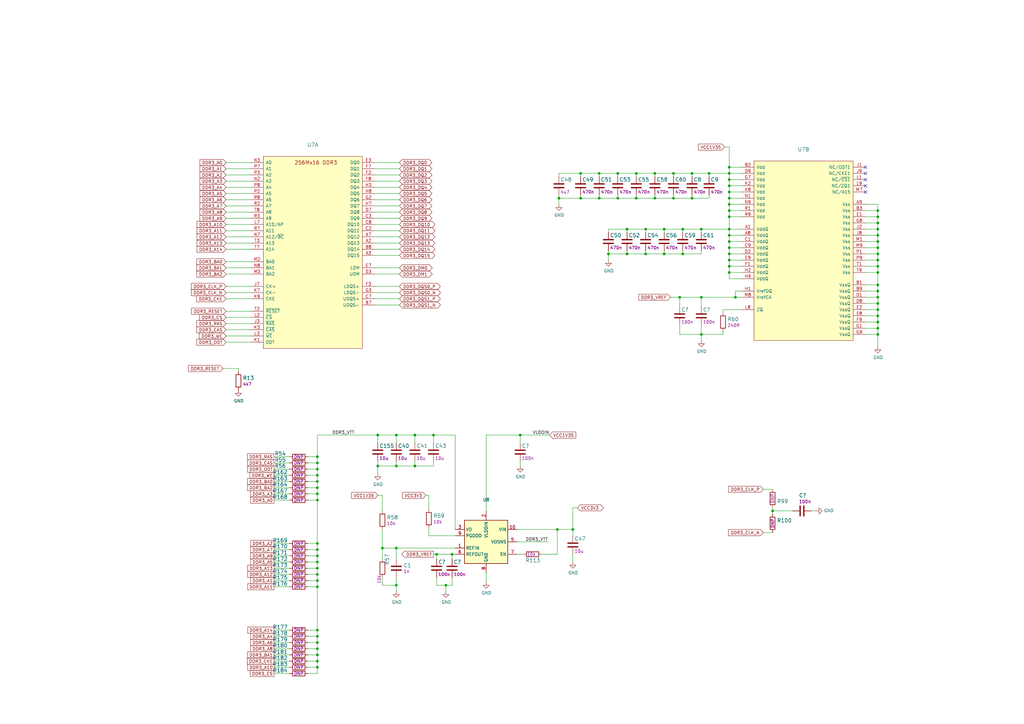
<source format=kicad_sch>
(kicad_sch (version 20211123) (generator eeschema)
  (paper "A3")
  (title_block (title "Artix - Datacenter Secure Control Module (DC-SCM)") (rev "1.1.0"))
  (junction (at 130.175 222.885))
  (junction (at 299.085 83.82))
  (junction (at 283.845 71.12))
  (junction (at 360.045 121.92))
  (junction (at 130.175 240.665))
  (junction (at 299.085 101.6))
  (junction (at 360.045 119.38))
  (junction (at 290.83 71.12))
  (junction (at 360.045 93.98))
  (junction (at 360.045 132.08))
  (junction (at 257.175 104.14))
  (junction (at 130.175 200.025))
  (junction (at 130.175 235.585))
  (junction (at 299.085 81.28))
  (junction (at 130.175 227.965))
  (junction (at 360.045 127))
  (junction (at 299.085 88.9))
  (junction (at 299.085 111.76))
  (junction (at 162.56 240.03))
  (junction (at 360.045 106.68))
  (junction (at 156.845 224.79))
  (junction (at 299.085 106.68))
  (junction (at 130.175 230.505))
  (junction (at 179.07 227.33))
  (junction (at 253.365 81.28))
  (junction (at 257.175 93.98))
  (junction (at 287.655 137.16))
  (junction (at 154.94 191.135))
  (junction (at 268.605 81.28))
  (junction (at 177.8 178.435))
  (junction (at 245.745 71.12))
  (junction (at 299.085 104.14))
  (junction (at 264.795 93.98))
  (junction (at 299.085 99.06))
  (junction (at 260.985 71.12))
  (junction (at 360.045 99.06))
  (junction (at 162.56 178.435))
  (junction (at 299.085 76.2))
  (junction (at 299.085 73.66))
  (junction (at 162.56 191.135))
  (junction (at 299.085 96.52))
  (junction (at 299.085 109.22))
  (junction (at 130.175 266.065))
  (junction (at 268.605 71.12))
  (junction (at 130.175 189.865))
  (junction (at 299.085 68.58))
  (junction (at 130.175 263.525))
  (junction (at 360.045 88.9))
  (junction (at 287.655 93.98))
  (junction (at 264.795 104.14))
  (junction (at 301.625 121.92))
  (junction (at 360.045 137.16))
  (junction (at 360.045 109.22))
  (junction (at 360.045 91.44))
  (junction (at 228.6 217.17))
  (junction (at 238.125 81.28))
  (junction (at 278.765 121.92))
  (junction (at 360.045 96.52))
  (junction (at 272.415 93.98))
  (junction (at 260.985 81.28))
  (junction (at 280.035 93.98))
  (junction (at 130.175 197.485))
  (junction (at 360.045 116.84))
  (junction (at 360.045 129.54))
  (junction (at 299.085 93.98))
  (junction (at 245.745 81.28))
  (junction (at 182.88 240.03))
  (junction (at 238.125 71.12))
  (junction (at 299.085 78.74))
  (junction (at 170.18 191.135))
  (junction (at 130.175 205.105))
  (junction (at 130.175 192.405))
  (junction (at 280.035 104.14))
  (junction (at 360.045 124.46))
  (junction (at 360.045 104.14))
  (junction (at 234.95 217.17))
  (junction (at 185.42 227.33))
  (junction (at 213.36 178.435))
  (junction (at 360.045 101.6))
  (junction (at 130.175 194.945))
  (junction (at 253.365 71.12))
  (junction (at 276.225 71.12))
  (junction (at 130.175 268.605))
  (junction (at 287.655 121.92))
  (junction (at 154.94 178.435))
  (junction (at 276.225 81.28))
  (junction (at 130.175 260.985))
  (junction (at 360.045 134.62))
  (junction (at 130.175 225.425))
  (junction (at 360.045 86.36))
  (junction (at 283.845 81.28))
  (junction (at 130.175 202.565))
  (junction (at 229.235 81.28))
  (junction (at 299.085 86.36))
  (junction (at 130.175 187.325))
  (junction (at 130.175 258.445))
  (junction (at 249.555 104.14))
  (junction (at 316.865 209.55))
  (junction (at 130.175 233.045))
  (junction (at 299.085 71.12))
  (junction (at 360.045 111.76))
  (junction (at 272.415 104.14))
  (junction (at 130.175 271.145))
  (junction (at 162.56 224.79))
  (junction (at 130.175 273.685))
  (junction (at 170.18 178.435))
  (junction (at 130.175 238.125))
  (no_connect (at 354.965 78.74))
  (no_connect (at 354.965 76.2))
  (no_connect (at 354.965 73.66))
  (no_connect (at 354.965 68.58))
  (no_connect (at 354.965 71.12))
  (wire (pts (xy 126.365 263.525) (xy 130.175 263.525)))
  (wire (pts (xy 126.365 192.405) (xy 130.175 192.405)))
  (wire (pts (xy 163.83 94.615) (xy 153.67 94.615)))
  (wire (pts (xy 153.67 112.395) (xy 163.83 112.395)))
  (wire (pts (xy 296.545 135.89) (xy 296.545 137.16)))
  (wire (pts (xy 283.845 81.28) (xy 283.845 80.01)))
  (wire (pts (xy 360.045 111.76) (xy 360.045 109.22)))
  (wire (pts (xy 245.745 71.12) (xy 253.365 71.12)))
  (wire (pts (xy 272.415 104.14) (xy 280.035 104.14)))
  (wire (pts (xy 245.745 81.28) (xy 253.365 81.28)))
  (wire (pts (xy 316.865 210.82) (xy 316.865 209.55)))
  (wire (pts (xy 130.175 260.985) (xy 130.175 263.525)))
  (wire (pts (xy 112.395 202.565) (xy 118.745 202.565)))
  (wire (pts (xy 179.07 227.33) (xy 179.07 229.235)))
  (wire (pts (xy 92.71 127.635) (xy 102.87 127.635)))
  (wire (pts (xy 287.655 139.7) (xy 287.655 137.16)))
  (wire (pts (xy 212.09 217.17) (xy 228.6 217.17)))
  (wire (pts (xy 156.845 236.855) (xy 156.845 240.03)))
  (wire (pts (xy 162.56 224.79) (xy 186.69 224.79)))
  (wire (pts (xy 360.045 88.9) (xy 360.045 86.36)))
  (wire (pts (xy 156.845 224.79) (xy 156.845 229.235)))
  (wire (pts (xy 360.045 121.92) (xy 360.045 119.38)))
  (wire (pts (xy 153.67 66.675) (xy 163.83 66.675)))
  (wire (pts (xy 287.655 121.92) (xy 278.765 121.92)))
  (wire (pts (xy 299.085 76.2) (xy 299.085 73.66)))
  (wire (pts (xy 163.83 99.695) (xy 153.67 99.695)))
  (wire (pts (xy 299.085 106.68) (xy 299.085 104.14)))
  (wire (pts (xy 154.94 189.23) (xy 154.94 191.135)))
  (wire (pts (xy 130.175 187.325) (xy 130.175 189.865)))
  (wire (pts (xy 360.045 96.52) (xy 360.045 93.98)))
  (wire (pts (xy 130.175 273.685) (xy 126.365 273.685)))
  (wire (pts (xy 92.71 86.995) (xy 102.87 86.995)))
  (wire (pts (xy 234.95 208.28) (xy 236.855 208.28)))
  (wire (pts (xy 163.83 104.775) (xy 153.67 104.775)))
  (wire (pts (xy 199.39 238.76) (xy 199.39 234.95)))
  (wire (pts (xy 212.09 227.33) (xy 214.63 227.33)))
  (wire (pts (xy 118.745 194.945) (xy 112.395 194.945)))
  (wire (pts (xy 354.965 101.6) (xy 360.045 101.6)))
  (wire (pts (xy 238.125 80.01) (xy 238.125 81.28)))
  (wire (pts (xy 354.965 127) (xy 360.045 127)))
  (wire (pts (xy 304.165 73.66) (xy 299.085 73.66)))
  (wire (pts (xy 130.175 187.325) (xy 130.175 178.435)))
  (wire (pts (xy 163.83 86.995) (xy 153.67 86.995)))
  (wire (pts (xy 280.035 93.98) (xy 280.035 95.25)))
  (wire (pts (xy 130.175 271.145) (xy 130.175 268.605)))
  (wire (pts (xy 112.395 240.665) (xy 118.745 240.665)))
  (wire (pts (xy 163.83 84.455) (xy 153.67 84.455)))
  (wire (pts (xy 283.845 81.28) (xy 290.83 81.28)))
  (wire (pts (xy 92.71 137.795) (xy 102.87 137.795)))
  (wire (pts (xy 118.745 273.685) (xy 112.395 273.685)))
  (wire (pts (xy 296.545 127) (xy 304.165 127)))
  (wire (pts (xy 92.71 120.015) (xy 102.87 120.015)))
  (wire (pts (xy 130.175 222.885) (xy 130.175 225.425)))
  (wire (pts (xy 278.765 121.92) (xy 278.765 125.73)))
  (wire (pts (xy 360.045 134.62) (xy 360.045 132.08)))
  (wire (pts (xy 283.845 71.12) (xy 290.83 71.12)))
  (wire (pts (xy 126.365 200.025) (xy 130.175 200.025)))
  (wire (pts (xy 126.365 205.105) (xy 130.175 205.105)))
  (wire (pts (xy 268.605 71.12) (xy 276.225 71.12)))
  (wire (pts (xy 296.545 127) (xy 296.545 128.27)))
  (wire (pts (xy 229.235 81.28) (xy 238.125 81.28)))
  (wire (pts (xy 162.56 178.435) (xy 170.18 178.435)))
  (wire (pts (xy 126.365 233.045) (xy 130.175 233.045)))
  (wire (pts (xy 299.085 114.3) (xy 299.085 111.76)))
  (wire (pts (xy 253.365 80.01) (xy 253.365 81.28)))
  (wire (pts (xy 163.83 120.015) (xy 153.67 120.015)))
  (wire (pts (xy 130.175 273.685) (xy 130.175 271.145)))
  (wire (pts (xy 276.225 71.12) (xy 283.845 71.12)))
  (wire (pts (xy 112.395 266.065) (xy 118.745 266.065)))
  (wire (pts (xy 299.085 78.74) (xy 299.085 76.2)))
  (wire (pts (xy 301.625 121.92) (xy 304.165 121.92)))
  (wire (pts (xy 130.175 202.565) (xy 126.365 202.565)))
  (wire (pts (xy 175.895 203.2) (xy 175.895 208.915)))
  (wire (pts (xy 301.625 119.38) (xy 301.625 121.92)))
  (wire (pts (xy 92.71 107.315) (xy 102.87 107.315)))
  (wire (pts (xy 360.045 83.82) (xy 354.965 83.82)))
  (wire (pts (xy 163.83 122.555) (xy 153.67 122.555)))
  (wire (pts (xy 260.985 71.12) (xy 260.985 72.39)))
  (wire (pts (xy 354.965 129.54) (xy 360.045 129.54)))
  (wire (pts (xy 154.94 191.135) (xy 154.94 194.31)))
  (wire (pts (xy 130.175 273.685) (xy 130.175 276.225)))
  (wire (pts (xy 130.175 227.965) (xy 126.365 227.965)))
  (wire (pts (xy 186.69 178.435) (xy 186.69 217.17)))
  (wire (pts (xy 316.865 209.55) (xy 316.865 208.28)))
  (wire (pts (xy 92.71 130.175) (xy 102.87 130.175)))
  (wire (pts (xy 360.045 137.16) (xy 360.045 134.62)))
  (wire (pts (xy 276.225 71.12) (xy 276.225 72.39)))
  (wire (pts (xy 182.88 242.57) (xy 182.88 240.03)))
  (wire (pts (xy 360.045 109.22) (xy 360.045 106.68)))
  (wire (pts (xy 360.045 119.38) (xy 360.045 116.84)))
  (wire (pts (xy 268.605 81.28) (xy 276.225 81.28)))
  (wire (pts (xy 163.83 117.475) (xy 153.67 117.475)))
  (wire (pts (xy 156.845 224.79) (xy 162.56 224.79)))
  (wire (pts (xy 162.56 236.855) (xy 162.56 240.03)))
  (wire (pts (xy 92.71 99.695) (xy 102.87 99.695)))
  (wire (pts (xy 112.395 233.045) (xy 118.745 233.045)))
  (wire (pts (xy 249.555 93.98) (xy 249.555 95.25)))
  (wire (pts (xy 118.745 235.585) (xy 112.395 235.585)))
  (wire (pts (xy 177.8 189.23) (xy 177.8 191.135)))
  (wire (pts (xy 304.165 109.22) (xy 299.085 109.22)))
  (wire (pts (xy 112.395 197.485) (xy 118.745 197.485)))
  (wire (pts (xy 162.56 229.235) (xy 162.56 224.79)))
  (wire (pts (xy 299.085 93.98) (xy 299.085 88.9)))
  (wire (pts (xy 163.83 125.095) (xy 153.67 125.095)))
  (wire (pts (xy 130.175 227.965) (xy 130.175 230.505)))
  (wire (pts (xy 299.085 99.06) (xy 299.085 96.52)))
  (wire (pts (xy 112.395 263.525) (xy 118.745 263.525)))
  (wire (pts (xy 130.175 202.565) (xy 130.175 205.105)))
  (wire (pts (xy 118.745 268.605) (xy 112.395 268.605)))
  (wire (pts (xy 118.745 230.505) (xy 112.395 230.505)))
  (wire (pts (xy 313.055 218.44) (xy 316.865 218.44)))
  (wire (pts (xy 130.175 263.525) (xy 130.175 266.065)))
  (wire (pts (xy 126.365 240.665) (xy 130.175 240.665)))
  (wire (pts (xy 162.56 178.435) (xy 162.56 181.61)))
  (wire (pts (xy 199.39 178.435) (xy 213.36 178.435)))
  (wire (pts (xy 354.965 132.08) (xy 360.045 132.08)))
  (wire (pts (xy 304.165 86.36) (xy 299.085 86.36)))
  (wire (pts (xy 299.085 111.76) (xy 299.085 109.22)))
  (wire (pts (xy 228.6 227.33) (xy 228.6 217.17)))
  (wire (pts (xy 130.175 197.485) (xy 126.365 197.485)))
  (wire (pts (xy 92.71 92.075) (xy 102.87 92.075)))
  (wire (pts (xy 112.395 200.025) (xy 118.745 200.025)))
  (wire (pts (xy 229.235 81.28) (xy 229.235 83.82)))
  (wire (pts (xy 290.83 71.12) (xy 299.085 71.12)))
  (wire (pts (xy 177.8 227.33) (xy 179.07 227.33)))
  (wire (pts (xy 360.045 129.54) (xy 360.045 127)))
  (wire (pts (xy 177.8 191.135) (xy 170.18 191.135)))
  (wire (pts (xy 299.085 109.22) (xy 299.085 106.68)))
  (wire (pts (xy 92.71 94.615) (xy 102.87 94.615)))
  (wire (pts (xy 354.965 86.36) (xy 360.045 86.36)))
  (wire (pts (xy 126.365 271.145) (xy 130.175 271.145)))
  (wire (pts (xy 112.395 227.965) (xy 118.745 227.965)))
  (wire (pts (xy 170.18 189.23) (xy 170.18 191.135)))
  (wire (pts (xy 304.165 88.9) (xy 299.085 88.9)))
  (wire (pts (xy 163.83 79.375) (xy 153.67 79.375)))
  (wire (pts (xy 170.18 178.435) (xy 177.8 178.435)))
  (wire (pts (xy 185.42 236.855) (xy 185.42 240.03)))
  (wire (pts (xy 304.165 101.6) (xy 299.085 101.6)))
  (wire (pts (xy 213.36 189.23) (xy 213.36 191.135)))
  (wire (pts (xy 92.71 109.855) (xy 102.87 109.855)))
  (wire (pts (xy 354.965 137.16) (xy 360.045 137.16)))
  (wire (pts (xy 354.965 109.22) (xy 360.045 109.22)))
  (wire (pts (xy 354.965 96.52) (xy 360.045 96.52)))
  (wire (pts (xy 175.895 216.535) (xy 175.895 219.71)))
  (wire (pts (xy 92.71 122.555) (xy 102.87 122.555)))
  (wire (pts (xy 92.71 117.475) (xy 102.87 117.475)))
  (wire (pts (xy 360.045 91.44) (xy 360.045 88.9)))
  (wire (pts (xy 283.845 72.39) (xy 283.845 71.12)))
  (wire (pts (xy 175.895 219.71) (xy 186.69 219.71)))
  (wire (pts (xy 299.085 81.28) (xy 299.085 78.74)))
  (wire (pts (xy 257.175 102.87) (xy 257.175 104.14)))
  (wire (pts (xy 130.175 240.665) (xy 130.175 258.445)))
  (wire (pts (xy 118.745 225.425) (xy 112.395 225.425)))
  (wire (pts (xy 126.365 260.985) (xy 130.175 260.985)))
  (wire (pts (xy 213.36 178.435) (xy 225.425 178.435)))
  (wire (pts (xy 354.965 93.98) (xy 360.045 93.98)))
  (wire (pts (xy 92.71 76.835) (xy 102.87 76.835)))
  (wire (pts (xy 299.085 96.52) (xy 299.085 93.98)))
  (wire (pts (xy 297.18 60.325) (xy 299.085 60.325)))
  (wire (pts (xy 245.745 71.12) (xy 245.745 72.39)))
  (wire (pts (xy 354.965 106.68) (xy 360.045 106.68)))
  (wire (pts (xy 163.83 71.755) (xy 153.67 71.755)))
  (wire (pts (xy 92.71 69.215) (xy 102.87 69.215)))
  (wire (pts (xy 154.94 181.61) (xy 154.94 178.435)))
  (wire (pts (xy 274.955 121.92) (xy 278.765 121.92)))
  (wire (pts (xy 257.175 104.14) (xy 264.795 104.14)))
  (wire (pts (xy 130.175 258.445) (xy 130.175 260.985)))
  (wire (pts (xy 163.83 89.535) (xy 153.67 89.535)))
  (wire (pts (xy 253.365 71.12) (xy 260.985 71.12)))
  (wire (pts (xy 199.39 178.435) (xy 199.39 209.55)))
  (wire (pts (xy 92.71 66.675) (xy 102.87 66.675)))
  (wire (pts (xy 126.365 235.585) (xy 130.175 235.585)))
  (wire (pts (xy 360.045 124.46) (xy 360.045 121.92)))
  (wire (pts (xy 304.165 114.3) (xy 299.085 114.3)))
  (wire (pts (xy 229.235 71.12) (xy 238.125 71.12)))
  (wire (pts (xy 130.175 238.125) (xy 130.175 240.665)))
  (wire (pts (xy 162.56 240.03) (xy 162.56 242.57)))
  (wire (pts (xy 130.175 230.505) (xy 130.175 233.045)))
  (wire (pts (xy 280.035 93.98) (xy 287.655 93.98)))
  (wire (pts (xy 222.25 227.33) (xy 228.6 227.33)))
  (wire (pts (xy 304.165 119.38) (xy 301.625 119.38)))
  (wire (pts (xy 304.165 106.68) (xy 299.085 106.68)))
  (wire (pts (xy 360.045 101.6) (xy 360.045 99.06)))
  (wire (pts (xy 126.365 276.225) (xy 130.175 276.225)))
  (wire (pts (xy 130.175 194.945) (xy 130.175 197.485)))
  (wire (pts (xy 130.175 235.585) (xy 130.175 238.125)))
  (wire (pts (xy 253.365 81.28) (xy 260.985 81.28)))
  (wire (pts (xy 287.655 93.98) (xy 287.655 95.25)))
  (wire (pts (xy 264.795 93.98) (xy 264.795 95.25)))
  (wire (pts (xy 229.235 80.01) (xy 229.235 81.28)))
  (wire (pts (xy 126.365 230.505) (xy 130.175 230.505)))
  (wire (pts (xy 360.045 106.68) (xy 360.045 104.14)))
  (wire (pts (xy 126.365 194.945) (xy 130.175 194.945)))
  (wire (pts (xy 163.83 69.215) (xy 153.67 69.215)))
  (wire (pts (xy 268.605 71.12) (xy 268.605 72.39)))
  (wire (pts (xy 112.395 187.325) (xy 118.745 187.325)))
  (wire (pts (xy 162.56 189.23) (xy 162.56 191.135)))
  (wire (pts (xy 154.94 178.435) (xy 162.56 178.435)))
  (wire (pts (xy 304.165 99.06) (xy 299.085 99.06)))
  (wire (pts (xy 170.18 191.135) (xy 162.56 191.135)))
  (wire (pts (xy 360.045 142.24) (xy 360.045 137.16)))
  (wire (pts (xy 177.8 178.435) (xy 177.8 181.61)))
  (wire (pts (xy 130.175 258.445) (xy 126.365 258.445)))
  (wire (pts (xy 92.71 132.715) (xy 102.87 132.715)))
  (wire (pts (xy 299.085 86.36) (xy 299.085 83.82)))
  (wire (pts (xy 163.83 109.855) (xy 153.67 109.855)))
  (wire (pts (xy 249.555 102.87) (xy 249.555 104.14)))
  (wire (pts (xy 112.395 192.405) (xy 118.745 192.405)))
  (wire (pts (xy 228.6 217.17) (xy 234.95 217.17)))
  (wire (pts (xy 238.125 71.12) (xy 238.125 72.39)))
  (wire (pts (xy 175.895 203.2) (xy 174.625 203.2)))
  (wire (pts (xy 299.085 88.9) (xy 299.085 86.36)))
  (wire (pts (xy 249.555 106.68) (xy 249.555 104.14)))
  (wire (pts (xy 272.415 93.98) (xy 272.415 95.25)))
  (wire (pts (xy 224.79 222.25) (xy 212.09 222.25)))
  (wire (pts (xy 249.555 104.14) (xy 257.175 104.14)))
  (wire (pts (xy 112.395 276.225) (xy 118.745 276.225)))
  (wire (pts (xy 163.83 74.295) (xy 153.67 74.295)))
  (wire (pts (xy 304.165 93.98) (xy 299.085 93.98)))
  (wire (pts (xy 304.165 104.14) (xy 299.085 104.14)))
  (wire (pts (xy 360.045 86.36) (xy 360.045 83.82)))
  (wire (pts (xy 92.71 112.395) (xy 102.87 112.395)))
  (wire (pts (xy 299.085 104.14) (xy 299.085 101.6)))
  (wire (pts (xy 179.07 236.855) (xy 179.07 240.03)))
  (wire (pts (xy 126.365 225.425) (xy 130.175 225.425)))
  (wire (pts (xy 316.865 200.66) (xy 313.055 200.66)))
  (wire (pts (xy 287.655 137.16) (xy 278.765 137.16)))
  (wire (pts (xy 112.395 258.445) (xy 118.745 258.445)))
  (wire (pts (xy 264.795 93.98) (xy 272.415 93.98)))
  (wire (pts (xy 332.74 209.55) (xy 334.645 209.55)))
  (wire (pts (xy 253.365 71.12) (xy 253.365 72.39)))
  (wire (pts (xy 112.395 205.105) (xy 118.745 205.105)))
  (wire (pts (xy 360.045 93.98) (xy 360.045 91.44)))
  (wire (pts (xy 287.655 93.98) (xy 299.085 93.98)))
  (wire (pts (xy 238.125 81.28) (xy 245.745 81.28)))
  (wire (pts (xy 130.175 233.045) (xy 130.175 235.585)))
  (wire (pts (xy 156.845 203.2) (xy 156.845 209.55)))
  (wire (pts (xy 278.765 133.35) (xy 278.765 137.16)))
  (wire (pts (xy 360.045 127) (xy 360.045 124.46)))
  (wire (pts (xy 130.175 178.435) (xy 154.94 178.435)))
  (wire (pts (xy 163.83 92.075) (xy 153.67 92.075)))
  (wire (pts (xy 304.165 81.28) (xy 299.085 81.28)))
  (wire (pts (xy 354.965 104.14) (xy 360.045 104.14)))
  (wire (pts (xy 162.56 191.135) (xy 154.94 191.135)))
  (wire (pts (xy 179.07 227.33) (xy 185.42 227.33)))
  (wire (pts (xy 92.71 81.915) (xy 102.87 81.915)))
  (wire (pts (xy 118.745 260.985) (xy 112.395 260.985)))
  (wire (pts (xy 182.88 240.03) (xy 185.42 240.03)))
  (wire (pts (xy 354.965 124.46) (xy 360.045 124.46)))
  (wire (pts (xy 354.965 111.76) (xy 360.045 111.76)))
  (wire (pts (xy 296.545 137.16) (xy 287.655 137.16)))
  (wire (pts (xy 130.175 189.865) (xy 130.175 192.405)))
  (wire (pts (xy 360.045 116.84) (xy 360.045 111.76)))
  (wire (pts (xy 354.965 119.38) (xy 360.045 119.38)))
  (wire (pts (xy 177.8 178.435) (xy 186.69 178.435)))
  (wire (pts (xy 156.845 240.03) (xy 162.56 240.03)))
  (wire (pts (xy 299.085 71.12) (xy 299.085 68.58)))
  (wire (pts (xy 354.965 134.62) (xy 360.045 134.62)))
  (wire (pts (xy 354.965 99.06) (xy 360.045 99.06)))
  (wire (pts (xy 126.365 268.605) (xy 130.175 268.605)))
  (wire (pts (xy 280.035 104.14) (xy 287.655 104.14)))
  (wire (pts (xy 257.175 93.98) (xy 257.175 95.25)))
  (wire (pts (xy 249.555 93.98) (xy 257.175 93.98)))
  (wire (pts (xy 304.165 68.58) (xy 299.085 68.58)))
  (wire (pts (xy 126.365 187.325) (xy 130.175 187.325)))
  (wire (pts (xy 130.175 238.125) (xy 126.365 238.125)))
  (wire (pts (xy 304.165 71.12) (xy 299.085 71.12)))
  (wire (pts (xy 260.985 81.28) (xy 268.605 81.28)))
  (wire (pts (xy 287.655 133.35) (xy 287.655 137.16)))
  (wire (pts (xy 112.395 222.885) (xy 118.745 222.885)))
  (wire (pts (xy 245.745 80.01) (xy 245.745 81.28)))
  (wire (pts (xy 304.165 111.76) (xy 299.085 111.76)))
  (wire (pts (xy 170.18 178.435) (xy 170.18 181.61)))
  (wire (pts (xy 130.175 266.065) (xy 126.365 266.065)))
  (wire (pts (xy 264.795 102.87) (xy 264.795 104.14)))
  (wire (pts (xy 234.95 227.33) (xy 234.95 230.505)))
  (wire (pts (xy 130.175 225.425) (xy 130.175 227.965)))
  (wire (pts (xy 92.71 97.155) (xy 102.87 97.155)))
  (wire (pts (xy 112.395 189.865) (xy 118.745 189.865)))
  (wire (pts (xy 268.605 80.01) (xy 268.605 81.28)))
  (wire (pts (xy 213.36 178.435) (xy 213.36 181.61)))
  (wire (pts (xy 185.42 227.33) (xy 185.42 229.235)))
  (wire (pts (xy 304.165 76.2) (xy 299.085 76.2)))
  (wire (pts (xy 260.985 71.12) (xy 268.605 71.12)))
  (wire (pts (xy 272.415 93.98) (xy 280.035 93.98)))
  (wire (pts (xy 354.965 91.44) (xy 360.045 91.44)))
  (wire (pts (xy 130.175 205.105) (xy 130.175 222.885)))
  (wire (pts (xy 130.175 200.025) (xy 130.175 202.565)))
  (wire (pts (xy 264.795 104.14) (xy 272.415 104.14)))
  (wire (pts (xy 257.175 93.98) (xy 264.795 93.98)))
  (wire (pts (xy 238.125 71.12) (xy 245.745 71.12)))
  (wire (pts (xy 304.165 78.74) (xy 299.085 78.74)))
  (wire (pts (xy 163.83 81.915) (xy 153.67 81.915)))
  (wire (pts (xy 260.985 80.01) (xy 260.985 81.28)))
  (wire (pts (xy 276.225 80.01) (xy 276.225 81.28)))
  (wire (pts (xy 92.71 84.455) (xy 102.87 84.455)))
  (wire (pts (xy 304.165 96.52) (xy 299.085 96.52)))
  (wire (pts (xy 130.175 222.885) (xy 126.365 222.885)))
  (wire (pts (xy 163.83 102.235) (xy 153.67 102.235)))
  (wire (pts (xy 354.965 116.84) (xy 360.045 116.84)))
  (wire (pts (xy 299.085 73.66) (xy 299.085 71.12)))
  (wire (pts (xy 92.71 135.255) (xy 102.87 135.255)))
  (wire (pts (xy 156.845 224.79) (xy 156.845 217.17)))
  (wire (pts (xy 287.655 121.92) (xy 287.655 125.73)))
  (wire (pts (xy 272.415 102.87) (xy 272.415 104.14)))
  (wire (pts (xy 287.655 121.92) (xy 301.625 121.92)))
  (wire (pts (xy 92.71 74.295) (xy 102.87 74.295)))
  (wire (pts (xy 280.035 102.87) (xy 280.035 104.14)))
  (wire (pts (xy 229.235 71.12) (xy 229.235 72.39)))
  (wire (pts (xy 112.395 238.125) (xy 118.745 238.125)))
  (wire (pts (xy 163.83 97.155) (xy 153.67 97.155)))
  (wire (pts (xy 287.655 102.87) (xy 287.655 104.14)))
  (wire (pts (xy 91.44 151.13) (xy 97.79 151.13)))
  (wire (pts (xy 126.365 189.865) (xy 130.175 189.865)))
  (wire (pts (xy 92.71 79.375) (xy 102.87 79.375)))
  (wire (pts (xy 156.845 203.2) (xy 154.94 203.2)))
  (wire (pts (xy 299.085 101.6) (xy 299.085 99.06)))
  (wire (pts (xy 360.045 99.06) (xy 360.045 96.52)))
  (wire (pts (xy 354.965 121.92) (xy 360.045 121.92)))
  (wire (pts (xy 290.83 72.39) (xy 290.83 71.12)))
  (wire (pts (xy 304.165 83.82) (xy 299.085 83.82)))
  (wire (pts (xy 276.225 81.28) (xy 283.845 81.28)))
  (wire (pts (xy 97.79 151.13) (xy 97.79 152.4)))
  (wire (pts (xy 179.07 240.03) (xy 182.88 240.03)))
  (wire (pts (xy 360.045 104.14) (xy 360.045 101.6)))
  (wire (pts (xy 130.175 268.605) (xy 130.175 266.065)))
  (wire (pts (xy 234.95 208.28) (xy 234.95 217.17)))
  (wire (pts (xy 130.175 197.485) (xy 130.175 200.025)))
  (wire (pts (xy 354.965 88.9) (xy 360.045 88.9)))
  (wire (pts (xy 299.085 60.325) (xy 299.085 68.58)))
  (wire (pts (xy 185.42 227.33) (xy 186.69 227.33)))
  (wire (pts (xy 92.71 102.235) (xy 102.87 102.235)))
  (wire (pts (xy 92.71 89.535) (xy 102.87 89.535)))
  (wire (pts (xy 290.83 81.28) (xy 290.83 80.01)))
  (wire (pts (xy 163.83 76.835) (xy 153.67 76.835)))
  (wire (pts (xy 360.045 132.08) (xy 360.045 129.54)))
  (wire (pts (xy 316.865 209.55) (xy 325.12 209.55)))
  (wire (pts (xy 92.71 71.755) (xy 102.87 71.755)))
  (wire (pts (xy 299.085 83.82) (xy 299.085 81.28)))
  (wire (pts (xy 92.71 140.335) (xy 102.87 140.335)))
  (wire (pts (xy 112.395 271.145) (xy 118.745 271.145)))
  (wire (pts (xy 234.95 217.17) (xy 234.95 219.71)))
  (wire (pts (xy 130.175 192.405) (xy 130.175 194.945)))
  (label "VLDOIN" (at 218.44 178.435 0))
  (label "DDR3_VTT" (at 145.415 178.435 180))
  (label "DDR3_VTT" (at 224.79 222.25 180))
  (global_label "DDR3_BA2" (shape input) (at 92.71 112.395 180) (property "Intersheet References" "${INTERSHEET_REFS}" (effects hide)))
  (global_label "DDR3_DQ4" (shape bidirectional) (at 163.83 76.835 0) (property "Intersheet References" "${INTERSHEET_REFS}" (effects hide)))
  (global_label "DDR3_A12" (shape input) (at 92.71 97.155 180) (property "Intersheet References" "${INTERSHEET_REFS}" (effects hide)))
  (global_label "DDR3_DQS1_P" (shape bidirectional) (at 163.83 122.555 0) (property "Intersheet References" "${INTERSHEET_REFS}" (effects hide)))
  (global_label "DDR3_A8" (shape passive) (at 112.395 266.065 180) (property "Intersheet References" "${INTERSHEET_REFS}" (effects hide)))
  (global_label "DDR3_BA1" (shape passive) (at 112.395 268.605 180) (property "Intersheet References" "${INTERSHEET_REFS}" (effects hide)))
  (global_label "DDR3_A1" (shape passive) (at 112.395 238.125 180) (property "Intersheet References" "${INTERSHEET_REFS}" (effects hide)))
  (global_label "DDR3_ODT" (shape input) (at 92.71 140.335 180) (property "Intersheet References" "${INTERSHEET_REFS}" (effects hide)))
  (global_label "DDR3_A5" (shape input) (at 92.71 79.375 180) (property "Intersheet References" "${INTERSHEET_REFS}" (effects hide)))
  (global_label "DDR3_DQ6" (shape bidirectional) (at 163.83 81.915 0) (property "Intersheet References" "${INTERSHEET_REFS}" (effects hide)))
  (global_label "DDR3_A7" (shape input) (at 92.71 84.455 180) (property "Intersheet References" "${INTERSHEET_REFS}" (effects hide)))
  (global_label "DDR3_DQ13" (shape bidirectional) (at 163.83 99.695 0) (property "Intersheet References" "${INTERSHEET_REFS}" (effects hide)))
  (global_label "DDR3_A11" (shape passive) (at 112.395 240.665 180) (property "Intersheet References" "${INTERSHEET_REFS}" (effects hide)))
  (global_label "VCC1V35" (shape input) (at 154.94 203.2 180) (property "Intersheet References" "${INTERSHEET_REFS}" (effects hide)))
  (global_label "VCC1V35" (shape input) (at 225.425 178.435 0) (property "Intersheet References" "${INTERSHEET_REFS}" (effects hide)))
  (global_label "DDR3_CLK_N" (shape input) (at 92.71 120.015 180) (property "Intersheet References" "${INTERSHEET_REFS}" (effects hide)))
  (global_label "DDR3_WE" (shape input) (at 92.71 137.795 180) (property "Intersheet References" "${INTERSHEET_REFS}" (effects hide)))
  (global_label "DDR3_DM0" (shape bidirectional) (at 163.83 109.855 0) (property "Intersheet References" "${INTERSHEET_REFS}" (effects hide)))
  (global_label "DDR3_BA2" (shape passive) (at 112.395 200.025 180) (property "Intersheet References" "${INTERSHEET_REFS}" (effects hide)))
  (global_label "DDR3_DQ8" (shape bidirectional) (at 163.83 86.995 0) (property "Intersheet References" "${INTERSHEET_REFS}" (effects hide)))
  (global_label "DDR3_DQ15" (shape bidirectional) (at 163.83 104.775 0) (property "Intersheet References" "${INTERSHEET_REFS}" (effects hide)))
  (global_label "VCC3V3" (shape tri_state) (at 236.855 208.28 0) (property "Intersheet References" "${INTERSHEET_REFS}" (effects hide)))
  (global_label "VCC3V3" (shape input) (at 174.625 203.2 180) (property "Intersheet References" "${INTERSHEET_REFS}" (effects hide)))
  (global_label "DDR3_A14" (shape input) (at 92.71 102.235 180) (property "Intersheet References" "${INTERSHEET_REFS}" (effects hide)))
  (global_label "DDR3_CS" (shape passive) (at 112.395 276.225 180) (property "Intersheet References" "${INTERSHEET_REFS}" (effects hide)))
  (global_label "DDR3_A4" (shape passive) (at 112.395 260.985 180) (property "Intersheet References" "${INTERSHEET_REFS}" (effects hide)))
  (global_label "DDR3_DQ12" (shape bidirectional) (at 163.83 97.155 0) (property "Intersheet References" "${INTERSHEET_REFS}" (effects hide)))
  (global_label "DDR3_DQS0_P" (shape bidirectional) (at 163.83 117.475 0) (property "Intersheet References" "${INTERSHEET_REFS}" (effects hide)))
  (global_label "DDR3_RESET" (shape input) (at 92.71 127.635 180) (property "Intersheet References" "${INTERSHEET_REFS}" (effects hide)))
  (global_label "DDR3_RESET" (shape input) (at 91.44 151.13 180) (property "Intersheet References" "${INTERSHEET_REFS}" (effects hide)))
  (global_label "DDR3_CKE" (shape input) (at 92.71 122.555 180) (property "Intersheet References" "${INTERSHEET_REFS}" (effects hide)))
  (global_label "DDR3_CKE" (shape passive) (at 112.395 271.145 180) (property "Intersheet References" "${INTERSHEET_REFS}" (effects hide)))
  (global_label "DDR3_CAS" (shape input) (at 92.71 135.255 180) (property "Intersheet References" "${INTERSHEET_REFS}" (effects hide)))
  (global_label "DDR3_BA0" (shape passive) (at 112.395 197.485 180) (property "Intersheet References" "${INTERSHEET_REFS}" (effects hide)))
  (global_label "DDR3_A0" (shape passive) (at 112.395 205.105 180) (property "Intersheet References" "${INTERSHEET_REFS}" (effects hide)))
  (global_label "DDR3_CLK_P" (shape input) (at 313.055 200.66 180) (property "Intersheet References" "${INTERSHEET_REFS}" (effects hide)))
  (global_label "DDR3_RAS" (shape passive) (at 112.395 187.325 180) (property "Intersheet References" "${INTERSHEET_REFS}" (effects hide)))
  (global_label "DDR3_A10" (shape input) (at 92.71 92.075 180) (property "Intersheet References" "${INTERSHEET_REFS}" (effects hide)))
  (global_label "DDR3_DQ5" (shape bidirectional) (at 163.83 79.375 0) (property "Intersheet References" "${INTERSHEET_REFS}" (effects hide)))
  (global_label "DDR3_CAS" (shape passive) (at 112.395 189.865 180) (property "Intersheet References" "${INTERSHEET_REFS}" (effects hide)))
  (global_label "DDR3_VREF" (shape input) (at 274.955 121.92 180) (property "Intersheet References" "${INTERSHEET_REFS}" (effects hide)))
  (global_label "DDR3_VREF" (shape output) (at 177.8 227.33 180) (property "Intersheet References" "${INTERSHEET_REFS}" (effects hide)))
  (global_label "DDR3_DM1" (shape bidirectional) (at 163.83 112.395 0) (property "Intersheet References" "${INTERSHEET_REFS}" (effects hide)))
  (global_label "DDR3_BA0" (shape input) (at 92.71 107.315 180) (property "Intersheet References" "${INTERSHEET_REFS}" (effects hide)))
  (global_label "DDR3_A9" (shape input) (at 92.71 89.535 180) (property "Intersheet References" "${INTERSHEET_REFS}" (effects hide)))
  (global_label "DDR3_A8" (shape input) (at 92.71 86.995 180) (property "Intersheet References" "${INTERSHEET_REFS}" (effects hide)))
  (global_label "DDR3_RAS" (shape input) (at 92.71 132.715 180) (property "Intersheet References" "${INTERSHEET_REFS}" (effects hide)))
  (global_label "DDR3_BA1" (shape input) (at 92.71 109.855 180) (property "Intersheet References" "${INTERSHEET_REFS}" (effects hide)))
  (global_label "DDR3_DQ10" (shape bidirectional) (at 163.83 92.075 0) (property "Intersheet References" "${INTERSHEET_REFS}" (effects hide)))
  (global_label "DDR3_WE" (shape passive) (at 112.395 194.945 180) (property "Intersheet References" "${INTERSHEET_REFS}" (effects hide)))
  (global_label "DDR3_A6" (shape passive) (at 112.395 263.525 180) (property "Intersheet References" "${INTERSHEET_REFS}" (effects hide)))
  (global_label "DDR3_A12" (shape passive) (at 112.395 235.585 180) (property "Intersheet References" "${INTERSHEET_REFS}" (effects hide)))
  (global_label "DDR3_A3" (shape passive) (at 112.395 202.565 180) (property "Intersheet References" "${INTERSHEET_REFS}" (effects hide)))
  (global_label "DDR3_DQ3" (shape bidirectional) (at 163.83 74.295 0) (property "Intersheet References" "${INTERSHEET_REFS}" (effects hide)))
  (global_label "DDR3_DQ14" (shape bidirectional) (at 163.83 102.235 0) (property "Intersheet References" "${INTERSHEET_REFS}" (effects hide)))
  (global_label "DDR3_DQ1" (shape bidirectional) (at 163.83 69.215 0) (property "Intersheet References" "${INTERSHEET_REFS}" (effects hide)))
  (global_label "DDR3_DQ7" (shape bidirectional) (at 163.83 84.455 0) (property "Intersheet References" "${INTERSHEET_REFS}" (effects hide)))
  (global_label "DDR3_ODT" (shape passive) (at 112.395 192.405 180) (property "Intersheet References" "${INTERSHEET_REFS}" (effects hide)))
  (global_label "DDR3_A2" (shape input) (at 92.71 71.755 180) (property "Intersheet References" "${INTERSHEET_REFS}" (effects hide)))
  (global_label "DDR3_A11" (shape input) (at 92.71 94.615 180) (property "Intersheet References" "${INTERSHEET_REFS}" (effects hide)))
  (global_label "DDR3_DQ2" (shape bidirectional) (at 163.83 71.755 0) (property "Intersheet References" "${INTERSHEET_REFS}" (effects hide)))
  (global_label "DDR3_CS" (shape input) (at 92.71 130.175 180) (property "Intersheet References" "${INTERSHEET_REFS}" (effects hide)))
  (global_label "DDR3_DQ9" (shape bidirectional) (at 163.83 89.535 0) (property "Intersheet References" "${INTERSHEET_REFS}" (effects hide)))
  (global_label "DDR3_A7" (shape passive) (at 112.395 225.425 180) (property "Intersheet References" "${INTERSHEET_REFS}" (effects hide)))
  (global_label "DDR3_A6" (shape input) (at 92.71 81.915 180) (property "Intersheet References" "${INTERSHEET_REFS}" (effects hide)))
  (global_label "DDR3_DQS1_N" (shape bidirectional) (at 163.83 125.095 0) (property "Intersheet References" "${INTERSHEET_REFS}" (effects hide)))
  (global_label "DDR3_A13" (shape passive) (at 112.395 233.045 180) (property "Intersheet References" "${INTERSHEET_REFS}" (effects hide)))
  (global_label "DDR3_A2" (shape passive) (at 112.395 222.885 180) (property "Intersheet References" "${INTERSHEET_REFS}" (effects hide)))
  (global_label "DDR3_CLK_N" (shape input) (at 313.055 218.44 180) (property "Intersheet References" "${INTERSHEET_REFS}" (effects hide)))
  (global_label "DDR3_A13" (shape input) (at 92.71 99.695 180) (property "Intersheet References" "${INTERSHEET_REFS}" (effects hide)))
  (global_label "DDR3_A3" (shape input) (at 92.71 74.295 180) (property "Intersheet References" "${INTERSHEET_REFS}" (effects hide)))
  (global_label "DDR3_A10" (shape passive) (at 112.395 273.685 180) (property "Intersheet References" "${INTERSHEET_REFS}" (effects hide)))
  (global_label "DDR3_A0" (shape input) (at 92.71 66.675 180) (property "Intersheet References" "${INTERSHEET_REFS}" (effects hide)))
  (global_label "DDR3_DQ0" (shape bidirectional) (at 163.83 66.675 0) (property "Intersheet References" "${INTERSHEET_REFS}" (effects hide)))
  (global_label "VCC1V35" (shape input) (at 297.18 60.325 180) (property "Intersheet References" "${INTERSHEET_REFS}" (effects hide)))
  (global_label "DDR3_A14" (shape passive) (at 112.395 258.445 180) (property "Intersheet References" "${INTERSHEET_REFS}" (effects hide)))
  (global_label "DDR3_CLK_P" (shape input) (at 92.71 117.475 180) (property "Intersheet References" "${INTERSHEET_REFS}" (effects hide)))
  (global_label "DDR3_A4" (shape input) (at 92.71 76.835 180) (property "Intersheet References" "${INTERSHEET_REFS}" (effects hide)))
  (global_label "DDR3_DQS0_N" (shape bidirectional) (at 163.83 120.015 0) (property "Intersheet References" "${INTERSHEET_REFS}" (effects hide)))
  (global_label "DDR3_A5" (shape passive) (at 112.395 230.505 180) (property "Intersheet References" "${INTERSHEET_REFS}" (effects hide)))
  (global_label "DDR3_A9" (shape passive) (at 112.395 227.965 180) (property "Intersheet References" "${INTERSHEET_REFS}" (effects hide)))
  (global_label "DDR3_DQ11" (shape bidirectional) (at 163.83 94.615 0) (property "Intersheet References" "${INTERSHEET_REFS}" (effects hide)))
  (global_label "DDR3_A1" (shape input) (at 92.71 69.215 180) (property "Intersheet References" "${INTERSHEET_REFS}" (effects hide)))
  (symbol (lib_id "artix-dc-scm:R_51R_0402") (at 316.865 204.47 270) (mirror x) (unit 1)
    (property "Reference" "R99" (at 318.643 205.613 90) (effects (font (size 1.524 1.524)) (justify left)))
    (property "Manufacturer" "YAGEO" (effects hide))
    (property "MPN" "RC0402FR-0751RL" (effects hide))
    (property "Val" "51R" (effects hide))
    (property "DNP" "DNP" (at 316.865 204.47 0))
  )
  (symbol (lib_id "artix-dc-scm:R_51R_0402") (at 316.865 214.63 270) (unit 1)
    (property "Reference" "R100" (at 318.643 213.487 90) (effects (font (size 1.524 1.524)) (justify left)))
    (property "Manufacturer" "YAGEO" (effects hide))
    (property "MPN" "RC0402FR-0751RL" (effects hide))
    (property "Val" "51R" (effects hide))
    (property "DNP" "DNP" (at 316.865 214.63 0))
  )
  (symbol (lib_id "artix-dc-scm:GND-artix-dc-scm") (at 97.79 160.02 0) (unit 1)
    (property "Reference" "#PWR0118" (effects hide))
  )
  (symbol (lib_id "artix-dc-scm:R_4k7_0402") (at 97.79 156.21 270) (unit 1)
    (property "Reference" "R13" (at 99.568 155.067 90) (effects (font (size 1.524 1.524)) (justify left)))
    (property "Manufacturer" "PANASONIC_ELECTRONIC_COMPONENTS" (effects hide))
    (property "MPN" "ERJ2GEJ472X" (effects hide))
    (property "Val" "4k7" (at 99.568 157.5562 90) (effects (justify left)))
  )
  (symbol (lib_id "artix-dc-scm:C_4u7_0402") (at 229.235 76.2 0) (unit 1)
    (property "Reference" "C48" (at 229.87 73.66 0) (effects (font (size 1.524 1.524)) (justify left)))
    (property "Manufacturer" "MURATA" (effects hide))
    (property "MPN" "GRM155R61A475MEAAD" (effects hide))
    (property "Val" "4u7" (at 229.87 78.74 0) (effects (justify left)))
  )
  (symbol (lib_id "artix-dc-scm:R_10k_0402") (at 218.44 227.33 180) (unit 1)
    (property "Reference" "R113" (at 221.615 229.87 0) (effects (font (size 1.524 1.524)) (justify left)))
    (property "Manufacturer" "VISHAY" (effects hide))
    (property "MPN" "CRCW040210K0FKEDHP" (effects hide))
    (property "Val" "10k" (at 219.71 227.33 0) (effects (justify left)))
  )
  (symbol (lib_id "artix-dc-scm:C_470n_0402") (at 283.845 76.2 0) (unit 1)
    (property "Reference" "C8" (at 284.48 73.66 0) (effects (font (size 1.524 1.524)) (justify left)))
    (property "Manufacturer" "TDK" (effects hide))
    (property "MPN" "C1005X5R1E474M050BB" (effects hide))
    (property "Val" "470n" (at 284.48 78.74 0) (effects (justify left)))
  )
  (symbol (lib_id "artix-dc-scm:C_10u_0402") (at 154.94 185.42 0) (unit 1)
    (property "Reference" "C155" (at 155.575 182.88 0) (effects (font (size 1.524 1.524)) (justify left)))
    (property "Manufacturer" "MURATA" (effects hide))
    (property "MPN" "GRM155R60J106ME44D" (effects hide))
    (property "Val" "10u" (at 155.575 187.96 0) (effects (justify left)))
  )
  (symbol (lib_id "artix-dc-scm:C_470n_0402") (at 290.83 76.2 0) (unit 1)
    (property "Reference" "C9" (at 291.465 73.66 0) (effects (font (size 1.524 1.524)) (justify left)))
    (property "Manufacturer" "TDK" (effects hide))
    (property "MPN" "C1005X5R1E474M050BB" (effects hide))
    (property "Val" "470n" (at 291.465 78.74 0) (effects (justify left)))
  )
  (symbol (lib_id "artix-dc-scm:C_470n_0402") (at 238.125 76.2 0) (unit 1)
    (property "Reference" "C49" (at 238.76 73.66 0) (effects (font (size 1.524 1.524)) (justify left)))
    (property "Manufacturer" "TDK" (effects hide))
    (property "MPN" "C1005X5R1E474M050BB" (effects hide))
    (property "Val" "470n" (at 238.76 78.74 0) (effects (justify left)))
  )
  (symbol (lib_id "artix-dc-scm:C_470n_0402") (at 245.745 76.2 0) (unit 1)
    (property "Reference" "C51" (at 246.38 73.66 0) (effects (font (size 1.524 1.524)) (justify left)))
    (property "Manufacturer" "TDK" (effects hide))
    (property "MPN" "C1005X5R1E474M050BB" (effects hide))
    (property "Val" "470n" (at 246.38 78.74 0) (effects (justify left)))
  )
  (symbol (lib_id "artix-dc-scm:C_470n_0402") (at 253.365 76.2 0) (unit 1)
    (property "Reference" "C53" (at 254 73.66 0) (effects (font (size 1.524 1.524)) (justify left)))
    (property "Manufacturer" "TDK" (effects hide))
    (property "MPN" "C1005X5R1E474M050BB" (effects hide))
    (property "Val" "470n" (at 254 78.74 0) (effects (justify left)))
  )
  (symbol (lib_id "artix-dc-scm:C_470n_0402") (at 260.985 76.2 0) (unit 1)
    (property "Reference" "C55" (at 261.62 73.66 0) (effects (font (size 1.524 1.524)) (justify left)))
    (property "Manufacturer" "TDK" (effects hide))
    (property "MPN" "C1005X5R1E474M050BB" (effects hide))
    (property "Val" "470n" (at 261.62 78.74 0) (effects (justify left)))
  )
  (symbol (lib_id "artix-dc-scm:C_470n_0402") (at 268.605 76.2 0) (unit 1)
    (property "Reference" "C58" (at 269.24 73.66 0) (effects (font (size 1.524 1.524)) (justify left)))
    (property "Manufacturer" "TDK" (effects hide))
    (property "MPN" "C1005X5R1E474M050BB" (effects hide))
    (property "Val" "470n" (at 269.24 78.74 0) (effects (justify left)))
  )
  (symbol (lib_id "artix-dc-scm:C_470n_0402") (at 276.225 76.2 0) (unit 1)
    (property "Reference" "C60" (at 276.86 73.66 0) (effects (font (size 1.524 1.524)) (justify left)))
    (property "Manufacturer" "TDK" (effects hide))
    (property "MPN" "C1005X5R1E474M050BB" (effects hide))
    (property "Val" "470n" (at 276.86 78.74 0) (effects (justify left)))
  )
  (symbol (lib_id "artix-dc-scm:C_1n_0402") (at 162.56 233.045 0) (unit 1)
    (property "Reference" "C1" (at 165.481 231.902 0) (effects (font (size 1.524 1.524)) (justify left)))
    (property "Manufacturer" "YAGEO" (effects hide))
    (property "MPN" "CC0402KRX7R9BB102" (effects hide))
    (property "Val" "1n" (at 165.481 234.3912 0) (effects (justify left)))
  )
  (symbol (lib_id "artix-dc-scm:GND-artix-dc-scm") (at 162.56 242.57 0) (unit 1)
    (property "Reference" "#PWR03" (effects hide))
  )
  (symbol (lib_id "artix-dc-scm:C_470n_0402") (at 249.555 99.06 0) (unit 1)
    (property "Reference" "C50" (at 250.19 96.52 0) (effects (font (size 1.524 1.524)) (justify left)))
    (property "Manufacturer" "TDK" (effects hide))
    (property "MPN" "C1005X5R1E474M050BB" (effects hide))
    (property "Val" "470n" (at 250.19 101.6 0) (effects (justify left)))
  )
  (symbol (lib_id "artix-dc-scm:C_470n_0402") (at 257.175 99.06 0) (unit 1)
    (property "Reference" "C52" (at 257.81 96.52 0) (effects (font (size 1.524 1.524)) (justify left)))
    (property "Manufacturer" "TDK" (effects hide))
    (property "MPN" "C1005X5R1E474M050BB" (effects hide))
    (property "Val" "470n" (at 257.81 101.6 0) (effects (justify left)))
  )
  (symbol (lib_id "artix-dc-scm:C_470n_0402") (at 264.795 99.06 0) (unit 1)
    (property "Reference" "C54" (at 265.43 96.52 0) (effects (font (size 1.524 1.524)) (justify left)))
    (property "Manufacturer" "TDK" (effects hide))
    (property "MPN" "C1005X5R1E474M050BB" (effects hide))
    (property "Val" "470n" (at 265.43 101.6 0) (effects (justify left)))
  )
  (symbol (lib_id "artix-dc-scm:C_470n_0402") (at 272.415 99.06 0) (unit 1)
    (property "Reference" "C56" (at 273.05 96.52 0) (effects (font (size 1.524 1.524)) (justify left)))
    (property "Manufacturer" "TDK" (effects hide))
    (property "MPN" "C1005X5R1E474M050BB" (effects hide))
    (property "Val" "470n" (at 273.05 101.6 0) (effects (justify left)))
  )
  (symbol (lib_id "artix-dc-scm:C_470n_0402") (at 280.035 99.06 0) (unit 1)
    (property "Reference" "C59" (at 280.67 96.52 0) (effects (font (size 1.524 1.524)) (justify left)))
    (property "Manufacturer" "TDK" (effects hide))
    (property "MPN" "C1005X5R1E474M050BB" (effects hide))
    (property "Val" "470n" (at 280.67 101.6 0) (effects (justify left)))
  )
  (symbol (lib_id "artix-dc-scm:C_470n_0402") (at 287.655 99.06 0) (unit 1)
    (property "Reference" "C61" (at 288.29 96.52 0) (effects (font (size 1.524 1.524)) (justify left)))
    (property "Manufacturer" "TDK" (effects hide))
    (property "MPN" "C1005X5R1E474M050BB" (effects hide))
    (property "Val" "470n" (at 288.29 101.6 0) (effects (justify left)))
  )
  (symbol (lib_id "artix-dc-scm:C_100n_0402-artix-dc-scm") (at 278.765 129.54 0) (unit 1)
    (property "Reference" "C?" (at 279.4 127 0) (effects (font (size 1.524 1.524)) (justify left)))
    (property "Manufacturer" "Walsin" (effects hide))
    (property "MPN" "0402X104K6R3CT" (effects hide))
    (property "Val" "100n" (at 279.4 132.08 0) (effects (justify left)))
  )
  (symbol (lib_id "artix-dc-scm:C_100n_0402-artix-dc-scm") (at 287.655 129.54 0) (unit 1)
    (property "Reference" "C?" (at 288.29 127 0) (effects (font (size 1.524 1.524)) (justify left)))
    (property "Manufacturer" "Walsin" (effects hide))
    (property "MPN" "0402X104K6R3CT" (effects hide))
    (property "Val" "100n" (at 288.29 132.08 0) (effects (justify left)))
  )
  (symbol (lib_id "artix-dc-scm:R_240R_0402") (at 296.545 132.08 270) (unit 1)
    (property "Reference" "R60" (at 298.323 130.937 90) (effects (font (size 1.524 1.524)) (justify left)))
    (property "Manufacturer" "PANASONIC" (effects hide))
    (property "MPN" "ERJ2GEJ241X" (effects hide))
    (property "Val" "240R" (at 298.323 133.4262 90) (effects (justify left)))
  )
  (symbol (lib_id "artix-dc-scm:C_10u_0402") (at 162.56 185.42 0) (unit 1)
    (property "Reference" "C40" (at 163.195 182.88 0) (effects (font (size 1.524 1.524)) (justify left)))
    (property "Manufacturer" "MURATA" (effects hide))
    (property "MPN" "GRM155R60J106ME44D" (effects hide))
    (property "Val" "10u" (at 163.195 187.96 0) (effects (justify left)))
  )
  (symbol (lib_id "artix-dc-scm:R_10k_0402") (at 156.845 233.045 90) (unit 1)
    (property "Reference" "R57" (at 158.75 231.775 0) (effects (font (size 1.524 1.524)) (justify left)))
    (property "Manufacturer" "VISHAY" (effects hide))
    (property "MPN" "CRCW040210K0FKEDHP" (effects hide))
    (property "Val" "10k" (at 155.575 239.395 0) (effects (justify left)))
  )
  (symbol (lib_id "artix-dc-scm:C_10u_0402") (at 170.18 185.42 0) (unit 1)
    (property "Reference" "C41" (at 170.815 182.88 0) (effects (font (size 1.524 1.524)) (justify left)))
    (property "Manufacturer" "MURATA" (effects hide))
    (property "MPN" "GRM155R60J106ME44D" (effects hide))
    (property "Val" "10u" (at 170.815 187.96 0) (effects (justify left)))
  )
  (symbol (lib_id "artix-dc-scm:C_10u_0402") (at 177.8 185.42 0) (unit 1)
    (property "Reference" "C43" (at 178.435 182.88 0) (effects (font (size 1.524 1.524)) (justify left)))
    (property "Manufacturer" "MURATA" (effects hide))
    (property "MPN" "GRM155R60J106ME44D" (effects hide))
    (property "Val" "10u" (at 178.435 187.96 0) (effects (justify left)))
  )
  (symbol (lib_id "artix-dc-scm:R_51R_0402") (at 122.555 187.325 0) (unit 1)
    (property "Reference" "R54" (at 114.935 186.055 0) (effects (font (size 1.524 1.524))))
    (property "Manufacturer" "YAGEO" (effects hide))
    (property "MPN" "RC0402FR-0751RL" (effects hide))
    (property "Val" "51R" (effects hide))
    (property "DNP" "DNP" (at 122.555 187.325 0))
  )
  (symbol (lib_id "artix-dc-scm:R_51R_0402") (at 122.555 189.865 0) (unit 1)
    (property "Reference" "R55" (at 114.935 188.595 0) (effects (font (size 1.524 1.524))))
    (property "Manufacturer" "YAGEO" (effects hide))
    (property "MPN" "RC0402FR-0751RL" (effects hide))
    (property "Val" "51R" (effects hide))
    (property "DNP" "DNP" (at 122.555 189.865 0))
  )
  (symbol (lib_id "artix-dc-scm:R_51R_0402") (at 122.555 192.405 0) (unit 1)
    (property "Reference" "R56" (at 114.935 191.135 0) (effects (font (size 1.524 1.524))))
    (property "Manufacturer" "YAGEO" (effects hide))
    (property "MPN" "RC0402FR-0751RL" (effects hide))
    (property "Val" "51R" (effects hide))
    (property "DNP" "DNP" (at 122.555 192.405 0))
  )
  (symbol (lib_id "artix-dc-scm:R_51R_0402") (at 122.555 194.945 0) (unit 1)
    (property "Reference" "R162" (at 114.935 193.675 0) (effects (font (size 1.524 1.524))))
    (property "Manufacturer" "YAGEO" (effects hide))
    (property "MPN" "RC0402FR-0751RL" (effects hide))
    (property "Val" "51R" (effects hide))
    (property "DNP" "DNP" (at 122.555 194.945 0))
  )
  (symbol (lib_id "artix-dc-scm:R_51R_0402") (at 122.555 197.485 0) (unit 1)
    (property "Reference" "R163" (at 114.935 196.215 0) (effects (font (size 1.524 1.524))))
    (property "Manufacturer" "YAGEO" (effects hide))
    (property "MPN" "RC0402FR-0751RL" (effects hide))
    (property "Val" "51R" (effects hide))
    (property "DNP" "DNP" (at 122.555 197.485 0))
  )
  (symbol (lib_id "artix-dc-scm:R_51R_0402") (at 122.555 200.025 0) (unit 1)
    (property "Reference" "R164" (at 114.935 198.755 0) (effects (font (size 1.524 1.524))))
    (property "Manufacturer" "YAGEO" (effects hide))
    (property "MPN" "RC0402FR-0751RL" (effects hide))
    (property "Val" "51R" (effects hide))
    (property "DNP" "DNP" (at 122.555 200.025 0))
  )
  (symbol (lib_id "artix-dc-scm:R_51R_0402") (at 122.555 202.565 0) (unit 1)
    (property "Reference" "R167" (at 114.935 201.295 0) (effects (font (size 1.524 1.524))))
    (property "Manufacturer" "YAGEO" (effects hide))
    (property "MPN" "RC0402FR-0751RL" (effects hide))
    (property "Val" "51R" (effects hide))
    (property "DNP" "DNP" (at 122.555 202.565 0))
  )
  (symbol (lib_id "artix-dc-scm:R_51R_0402") (at 122.555 205.105 0) (unit 1)
    (property "Reference" "R168" (at 114.935 203.835 0) (effects (font (size 1.524 1.524))))
    (property "Manufacturer" "YAGEO" (effects hide))
    (property "MPN" "RC0402FR-0751RL" (effects hide))
    (property "Val" "51R" (effects hide))
    (property "DNP" "DNP" (at 122.555 205.105 0))
  )
  (symbol (lib_id "artix-dc-scm:R_51R_0402") (at 122.555 222.885 0) (unit 1)
    (property "Reference" "R169" (at 114.935 221.615 0) (effects (font (size 1.524 1.524))))
    (property "Manufacturer" "YAGEO" (effects hide))
    (property "MPN" "RC0402FR-0751RL" (effects hide))
    (property "Val" "51R" (effects hide))
    (property "DNP" "DNP" (at 122.555 222.885 0))
  )
  (symbol (lib_id "artix-dc-scm:R_51R_0402") (at 122.555 225.425 0) (unit 1)
    (property "Reference" "R170" (at 114.935 224.155 0) (effects (font (size 1.524 1.524))))
    (property "Manufacturer" "YAGEO" (effects hide))
    (property "MPN" "RC0402FR-0751RL" (effects hide))
    (property "Val" "51R" (effects hide))
    (property "DNP" "DNP" (at 122.555 225.425 0))
  )
  (symbol (lib_id "artix-dc-scm:R_51R_0402") (at 122.555 227.965 0) (unit 1)
    (property "Reference" "R171" (at 114.935 226.695 0) (effects (font (size 1.524 1.524))))
    (property "Manufacturer" "YAGEO" (effects hide))
    (property "MPN" "RC0402FR-0751RL" (effects hide))
    (property "Val" "51R" (effects hide))
    (property "DNP" "DNP" (at 122.555 227.965 0))
  )
  (symbol (lib_id "artix-dc-scm:R_51R_0402") (at 122.555 230.505 0) (unit 1)
    (property "Reference" "R172" (at 114.935 229.235 0) (effects (font (size 1.524 1.524))))
    (property "Manufacturer" "YAGEO" (effects hide))
    (property "MPN" "RC0402FR-0751RL" (effects hide))
    (property "Val" "51R" (effects hide))
    (property "DNP" "DNP" (at 122.555 230.505 0))
  )
  (symbol (lib_id "artix-dc-scm:R_51R_0402") (at 122.555 233.045 0) (unit 1)
    (property "Reference" "R173" (at 114.935 231.775 0) (effects (font (size 1.524 1.524))))
    (property "Manufacturer" "YAGEO" (effects hide))
    (property "MPN" "RC0402FR-0751RL" (effects hide))
    (property "Val" "51R" (effects hide))
    (property "DNP" "DNP" (at 122.555 233.045 0))
  )
  (symbol (lib_id "artix-dc-scm:R_51R_0402") (at 122.555 235.585 0) (unit 1)
    (property "Reference" "R174" (at 114.935 234.315 0) (effects (font (size 1.524 1.524))))
    (property "Manufacturer" "YAGEO" (effects hide))
    (property "MPN" "RC0402FR-0751RL" (effects hide))
    (property "Val" "51R" (effects hide))
    (property "DNP" "DNP" (at 122.555 235.585 0))
  )
  (symbol (lib_id "artix-dc-scm:R_51R_0402") (at 122.555 238.125 0) (unit 1)
    (property "Reference" "R175" (at 114.935 236.855 0) (effects (font (size 1.524 1.524))))
    (property "Manufacturer" "YAGEO" (effects hide))
    (property "MPN" "RC0402FR-0751RL" (effects hide))
    (property "Val" "51R" (effects hide))
    (property "DNP" "DNP" (at 122.555 238.125 0))
  )
  (symbol (lib_id "artix-dc-scm:R_51R_0402") (at 122.555 240.665 0) (unit 1)
    (property "Reference" "R176" (at 114.935 239.395 0) (effects (font (size 1.524 1.524))))
    (property "Manufacturer" "YAGEO" (effects hide))
    (property "MPN" "RC0402FR-0751RL" (effects hide))
    (property "Val" "51R" (effects hide))
    (property "DNP" "DNP" (at 122.555 240.665 0))
  )
  (symbol (lib_id "artix-dc-scm:R_51R_0402") (at 122.555 258.445 0) (unit 1)
    (property "Reference" "R177" (at 114.935 257.175 0) (effects (font (size 1.524 1.524))))
    (property "Manufacturer" "YAGEO" (effects hide))
    (property "MPN" "RC0402FR-0751RL" (effects hide))
    (property "Val" "51R" (effects hide))
    (property "DNP" "DNP" (at 122.555 258.445 0))
  )
  (symbol (lib_id "artix-dc-scm:R_51R_0402") (at 122.555 260.985 0) (unit 1)
    (property "Reference" "R178" (at 114.935 259.715 0) (effects (font (size 1.524 1.524))))
    (property "Manufacturer" "YAGEO" (effects hide))
    (property "MPN" "RC0402FR-0751RL" (effects hide))
    (property "Val" "51R" (effects hide))
    (property "DNP" "DNP" (at 122.555 260.985 0))
  )
  (symbol (lib_id "artix-dc-scm:R_51R_0402") (at 122.555 263.525 0) (unit 1)
    (property "Reference" "R179" (at 114.935 262.255 0) (effects (font (size 1.524 1.524))))
    (property "Manufacturer" "YAGEO" (effects hide))
    (property "MPN" "RC0402FR-0751RL" (effects hide))
    (property "Val" "51R" (effects hide))
    (property "DNP" "DNP" (at 122.555 263.525 0))
  )
  (symbol (lib_id "artix-dc-scm:R_51R_0402") (at 122.555 266.065 0) (unit 1)
    (property "Reference" "R180" (at 114.935 264.795 0) (effects (font (size 1.524 1.524))))
    (property "Manufacturer" "YAGEO" (effects hide))
    (property "MPN" "RC0402FR-0751RL" (effects hide))
    (property "Val" "51R" (effects hide))
    (property "DNP" "DNP" (at 122.555 266.065 0))
  )
  (symbol (lib_id "artix-dc-scm:R_51R_0402") (at 122.555 268.605 0) (unit 1)
    (property "Reference" "R181" (at 114.935 267.335 0) (effects (font (size 1.524 1.524))))
    (property "Manufacturer" "YAGEO" (effects hide))
    (property "MPN" "RC0402FR-0751RL" (effects hide))
    (property "Val" "51R" (effects hide))
    (property "DNP" "DNP" (at 122.555 268.605 0))
  )
  (symbol (lib_id "artix-dc-scm:R_51R_0402") (at 122.555 271.145 0) (unit 1)
    (property "Reference" "R182" (at 114.935 269.875 0) (effects (font (size 1.524 1.524))))
    (property "Manufacturer" "YAGEO" (effects hide))
    (property "MPN" "RC0402FR-0751RL" (effects hide))
    (property "Val" "51R" (effects hide))
    (property "DNP" "DNP" (at 122.555 271.145 0))
  )
  (symbol (lib_id "artix-dc-scm:R_51R_0402") (at 122.555 273.685 0) (unit 1)
    (property "Reference" "R183" (at 114.935 272.415 0) (effects (font (size 1.524 1.524))))
    (property "Manufacturer" "YAGEO" (effects hide))
    (property "MPN" "RC0402FR-0751RL" (effects hide))
    (property "Val" "51R" (effects hide))
    (property "DNP" "DNP" (at 122.555 273.685 0))
  )
  (symbol (lib_id "artix-dc-scm:R_51R_0402") (at 122.555 276.225 0) (unit 1)
    (property "Reference" "R184" (at 114.935 274.955 0) (effects (font (size 1.524 1.524))))
    (property "Manufacturer" "YAGEO" (effects hide))
    (property "MPN" "RC0402FR-0751RL" (effects hide))
    (property "Val" "51R" (effects hide))
    (property "DNP" "DNP" (at 122.555 276.225 0))
  )
  (symbol (lib_id "artix-dc-scm:GND-artix-dc-scm") (at 182.88 242.57 0) (unit 1)
    (property "Reference" "#PWR038" (effects hide))
  )
  (symbol (lib_id "artix-dc-scm:R_10k_0402") (at 156.845 213.36 270) (unit 1)
    (property "Reference" "R58" (at 158.623 212.217 90) (effects (font (size 1.524 1.524)) (justify left)))
    (property "Manufacturer" "VISHAY" (effects hide))
    (property "MPN" "CRCW040210K0FKEDHP" (effects hide))
    (property "Val" "10k" (at 158.623 214.7062 90) (effects (justify left)))
  )
  (symbol (lib_id "artix-dc-scm:R_10k_0402") (at 175.895 212.725 270) (unit 1)
    (property "Reference" "R59" (at 177.673 211.582 90) (effects (font (size 1.524 1.524)) (justify left)))
    (property "Manufacturer" "VISHAY" (effects hide))
    (property "MPN" "CRCW040210K0FKEDHP" (effects hide))
    (property "Val" "10k" (at 177.673 214.0712 90) (effects (justify left)))
  )
  (symbol (lib_id "artix-dc-scm:GND-artix-dc-scm") (at 154.94 194.31 0) (unit 1)
    (property "Reference" "#PWR036" (effects hide))
  )
  (symbol (lib_id "artix-dc-scm:GND-artix-dc-scm") (at 213.36 191.135 0) (unit 1)
    (property "Reference" "#PWR040" (effects hide))
  )
  (symbol (lib_id "artix-dc-scm:GND-artix-dc-scm") (at 199.39 238.76 0) (unit 1)
    (property "Reference" "#PWR039" (effects hide))
  )
  (symbol (lib_id "artix-dc-scm:C_10u_0402") (at 234.95 223.52 0) (unit 1)
    (property "Reference" "C47" (at 235.585 220.98 0) (effects (font (size 1.524 1.524)) (justify left)))
    (property "Manufacturer" "MURATA" (effects hide))
    (property "MPN" "GRM155R60J106ME44D" (effects hide))
    (property "Val" "10u" (at 235.585 226.06 0) (effects (justify left)))
  )
  (symbol (lib_id "artix-dc-scm:GND-artix-dc-scm") (at 234.95 230.505 0) (unit 1)
    (property "Reference" "#PWR041" (effects hide))
  )
  (symbol (lib_id "artix-dc-scm:GND-artix-dc-scm") (at 229.235 83.82 0) (unit 1)
    (property "Reference" "#PWR042" (effects hide))
  )
  (symbol (lib_id "artix-dc-scm:GND-artix-dc-scm") (at 249.555 106.68 0) (unit 1)
    (property "Reference" "#PWR043" (effects hide))
  )
  (symbol (lib_id "artix-dc-scm:GND-artix-dc-scm") (at 287.655 139.7 0) (unit 1)
    (property "Reference" "#PWR044" (effects hide))
  )
  (symbol (lib_id "artix-dc-scm:GND-artix-dc-scm") (at 360.045 142.24 0) (unit 1)
    (property "Reference" "#PWR046" (effects hide))
  )
  (symbol (lib_id "artix-dc-scm:GND-artix-dc-scm") (at 334.645 209.55 90) (unit 1)
    (property "Reference" "#PWR045" (effects hide))
  )
  (symbol (lib_id "artix-dc-scm:C_100n_0402-artix-dc-scm") (at 213.36 185.42 0) (unit 1)
    (property "Reference" "C?" (at 213.995 182.88 0) (effects (font (size 1.524 1.524)) (justify left)))
    (property "Manufacturer" "Walsin" (effects hide))
    (property "MPN" "0402X104K6R3CT" (effects hide))
    (property "Val" "100n" (at 213.995 187.96 0) (effects (justify left)))
  )
  (symbol (lib_id "artix-dc-scm:C_100n_0402-artix-dc-scm") (at 179.07 233.045 0) (unit 1)
    (property "Reference" "C?" (at 179.705 230.505 0) (effects (font (size 1.524 1.524)) (justify left)))
    (property "Manufacturer" "Walsin" (effects hide))
    (property "MPN" "0402X104K6R3CT" (effects hide))
    (property "Val" "100n" (at 179.705 235.585 0) (effects (justify left)))
  )
  (symbol (lib_id "artix-dc-scm:C_100n_0402-artix-dc-scm") (at 185.42 233.045 0) (unit 1)
    (property "Reference" "C?" (at 186.055 230.505 0) (effects (font (size 1.524 1.524)) (justify left)))
    (property "Manufacturer" "Walsin" (effects hide))
    (property "MPN" "0402X104K6R3CT" (effects hide))
    (property "Val" "100n" (at 186.055 235.585 0) (effects (justify left)))
  )
  (symbol (lib_id "artix-dc-scm:C_100n_0402-artix-dc-scm") (at 328.93 209.55 270) (unit 1)
    (property "Reference" "C?" (at 327.66 203.2 90) (effects (font (size 1.524 1.524)) (justify left)))
    (property "Manufacturer" "Walsin" (effects hide))
    (property "MPN" "0402X104K6R3CT" (effects hide))
    (property "Val" "100n" (at 327.66 205.74 90) (effects (justify left)))
  )
  (symbol (lib_id "artix-dc-scm:AS4C256M16D3") (at 128.27 103.505 0) (unit 1)
    (property "Reference" "U7" (at 128.27 59.3852 0) (effects (font (size 1.524 1.524))))
  )
  (symbol (lib_id "artix-dc-scm:AS4C256M16D3") (at 329.565 102.87 0) (unit 2)
    (property "Reference" "U7" (at 329.565 61.2902 0) (effects (font (size 1.524 1.524))))
  )
  (symbol (lib_id "artix-dc-scm:TPS51200DRC") (at 199.39 222.25 0) (mirror y) (unit 1)
    (property "Reference" "U8" (at 199.39 204.9526 0))
  )
)
</source>
